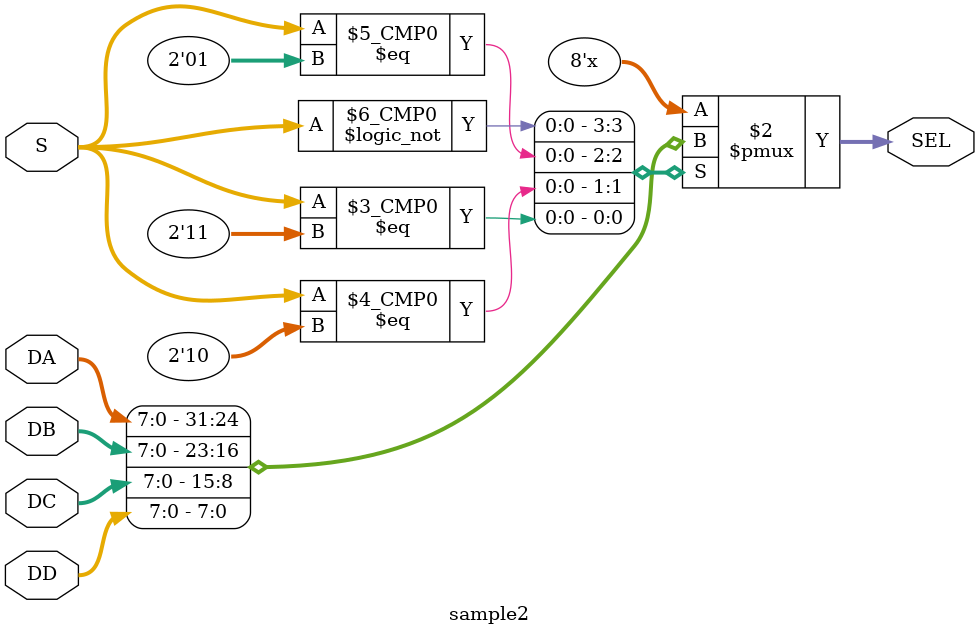
<source format=v>
module sample2(
  input [1:0] S,

  input [7:0] DA,
  input [7:0] DB,
  input [7:0] DC,
  input [7:0] DD,

  output reg [7:0] SEL
);

always @(*)
begin
  case ( S )
    2'b00: SEL <= DA;
    2'b01: SEL <= DB;
    2'b10: SEL <= DC;
    2'b11: SEL <= DD;
    default: SEL <= 0;
  endcase
end

endmodule

</source>
